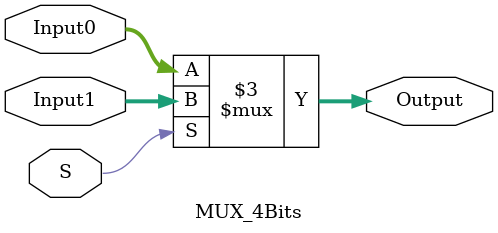
<source format=v>
`timescale 1ns / 1ps
module MUX_4Bits(
    input [4:0]Input0,
    input [4:0]Input1,
    input S,
    output reg [4:0]Output
    );

always @(Input0 or Input1 or S)
	begin
		Output = (S == 0)? Input0: Input1;
	end

endmodule

</source>
